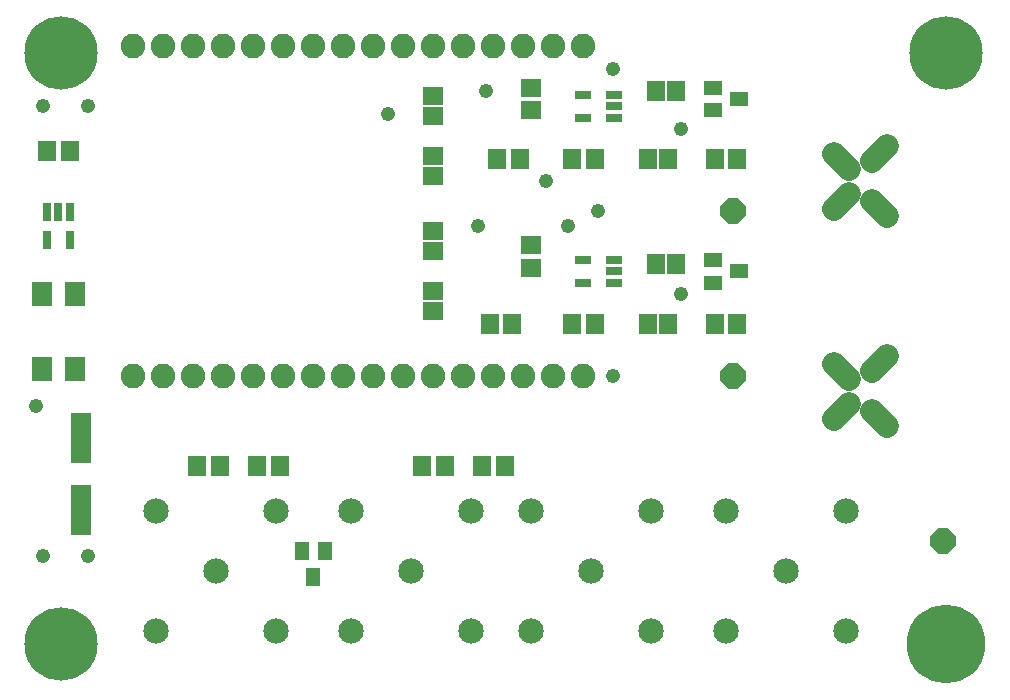
<source format=gts>
G75*
%MOIN*%
%OFA0B0*%
%FSLAX24Y24*%
%IPPOS*%
%LPD*%
%AMOC8*
5,1,8,0,0,1.08239X$1,22.5*
%
%ADD10C,0.0789*%
%ADD11C,0.0845*%
%ADD12R,0.0592X0.0671*%
%ADD13R,0.0474X0.0631*%
%ADD14R,0.0592X0.0710*%
%ADD15C,0.0820*%
%ADD16R,0.0710X0.0789*%
%ADD17R,0.0552X0.0316*%
%ADD18R,0.0671X0.0592*%
%ADD19R,0.0631X0.0474*%
%ADD20R,0.0300X0.0600*%
%ADD21R,0.0710X0.1655*%
%ADD22OC8,0.0840*%
%ADD23R,0.0710X0.0592*%
%ADD24C,0.0476*%
%ADD25C,0.2442*%
%ADD26C,0.2620*%
D10*
X027545Y012909D02*
X028046Y013410D01*
X028814Y013164D02*
X029315Y012663D01*
X028046Y014257D02*
X027545Y014758D01*
X028814Y014503D02*
X029315Y015004D01*
X029315Y019663D02*
X028814Y020164D01*
X028046Y020410D02*
X027545Y019909D01*
X028046Y021257D02*
X027545Y021758D01*
X028814Y021503D02*
X029315Y022004D01*
D11*
X027930Y009833D03*
X025930Y007833D03*
X023930Y009833D03*
X021430Y009833D03*
X019430Y007833D03*
X017430Y009833D03*
X015430Y009833D03*
X013430Y007833D03*
X011430Y009833D03*
X008930Y009833D03*
X006930Y007833D03*
X004930Y009833D03*
X004930Y005833D03*
X008930Y005833D03*
X011430Y005833D03*
X015430Y005833D03*
X017430Y005833D03*
X021430Y005833D03*
X023930Y005833D03*
X027930Y005833D03*
D12*
X016554Y011333D03*
X015806Y011333D03*
X016056Y016083D03*
X016804Y016083D03*
X018806Y016083D03*
X019554Y016083D03*
X021345Y016083D03*
X022015Y016083D03*
X022265Y018083D03*
X021595Y018083D03*
X021345Y021583D03*
X022015Y021583D03*
X019554Y021583D03*
X018806Y021583D03*
X017054Y021583D03*
X016306Y021583D03*
X021595Y023833D03*
X022265Y023833D03*
X009054Y011333D03*
X008306Y011333D03*
X002054Y021833D03*
X001306Y021833D03*
D13*
X009806Y008516D03*
X010554Y008516D03*
X010180Y007650D03*
D14*
X007054Y011333D03*
X006306Y011333D03*
X013806Y011333D03*
X014554Y011333D03*
X023556Y016083D03*
X024304Y016083D03*
X024304Y021583D03*
X023556Y021583D03*
D15*
X019180Y025333D03*
X018180Y025333D03*
X017180Y025333D03*
X016180Y025333D03*
X015180Y025333D03*
X014180Y025333D03*
X013180Y025333D03*
X012180Y025333D03*
X011180Y025333D03*
X010180Y025333D03*
X009180Y025333D03*
X008180Y025333D03*
X007180Y025333D03*
X006180Y025333D03*
X005180Y025333D03*
X004180Y025333D03*
X004180Y014333D03*
X005180Y014333D03*
X006180Y014333D03*
X007180Y014333D03*
X008180Y014333D03*
X009180Y014333D03*
X010180Y014333D03*
X011180Y014333D03*
X012180Y014333D03*
X013180Y014333D03*
X014180Y014333D03*
X015180Y014333D03*
X016180Y014333D03*
X017180Y014333D03*
X018180Y014333D03*
X019180Y014333D03*
D16*
X002231Y014583D03*
X001129Y014583D03*
X001129Y017083D03*
X002231Y017083D03*
D17*
X019166Y017459D03*
X019166Y018207D03*
X020194Y018207D03*
X020194Y017833D03*
X020194Y017459D03*
X020194Y022959D03*
X020194Y023333D03*
X020194Y023707D03*
X019166Y023707D03*
X019166Y022959D03*
D18*
X014180Y022999D03*
X014180Y023668D03*
X014180Y021668D03*
X014180Y020999D03*
X014180Y019168D03*
X014180Y018499D03*
X014180Y017168D03*
X014180Y016499D03*
D19*
X023497Y017459D03*
X023497Y018207D03*
X024363Y017833D03*
X023497Y023209D03*
X023497Y023957D03*
X024363Y023583D03*
D20*
X002054Y019803D03*
X001680Y019803D03*
X001306Y019803D03*
X001306Y018863D03*
X002054Y018863D03*
D21*
X002430Y012284D03*
X002430Y009883D03*
D22*
X024180Y014333D03*
X024180Y019833D03*
X031180Y008833D03*
D23*
X017430Y017959D03*
X017430Y018707D03*
X017430Y023209D03*
X017430Y023957D03*
D24*
X015930Y023833D03*
X012680Y023083D03*
X015680Y019333D03*
X017930Y020833D03*
X018680Y019333D03*
X019680Y019833D03*
X022430Y022583D03*
X020180Y024583D03*
X022430Y017083D03*
X020180Y014333D03*
X002680Y008333D03*
X001180Y008333D03*
X000930Y013333D03*
X001180Y023333D03*
X002680Y023333D03*
D25*
X001755Y005408D03*
X001755Y025093D03*
X031282Y025093D03*
D26*
X031282Y005408D03*
M02*

</source>
